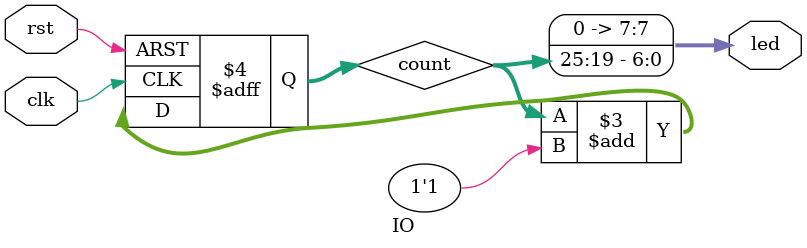
<source format=v>
`timescale 1ns / 1ps

module IO(
 input clk,
 input rst,
 output [7:0] led
 );
 reg [25:0]count;
 wire rst_but =~ rst;
 always @(posedge clk or posedge rst_but) begin
 if (rst_but)
 count <= 1'b0;
 else
 count <= count + 1'b1;
 end
 assign led[7:0] = count[25:19];
endmodule
</source>
